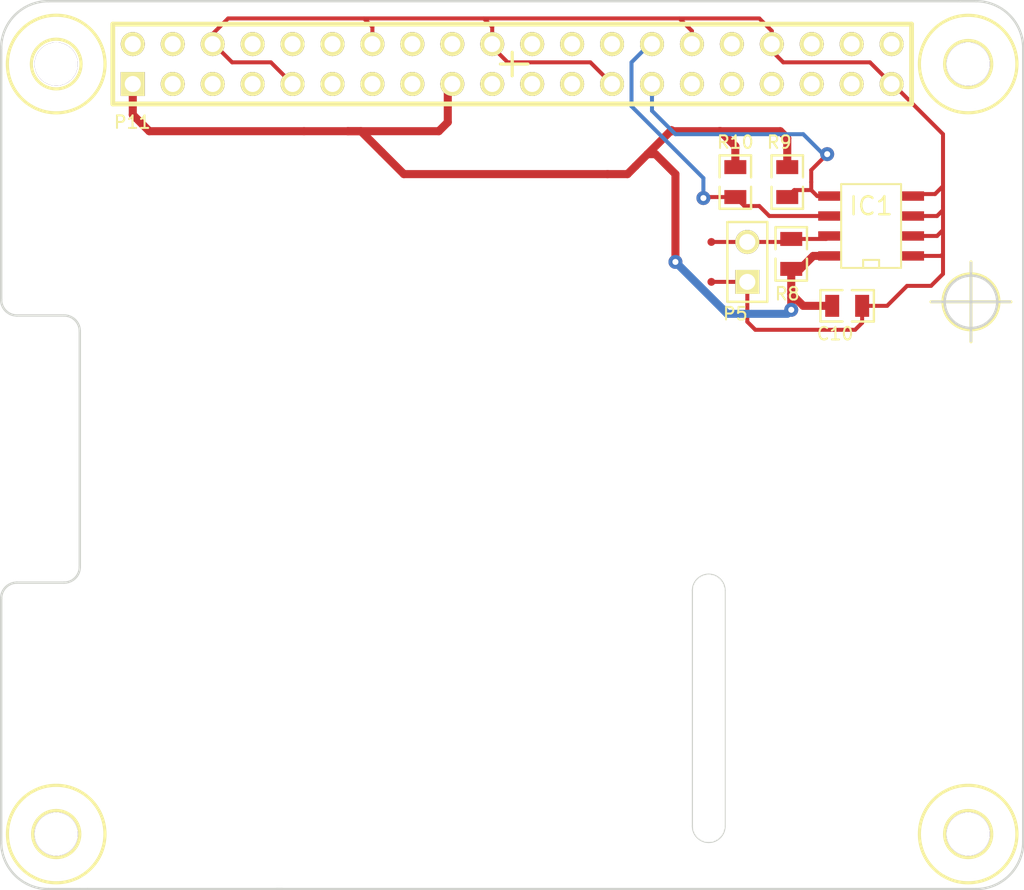
<source format=kicad_pcb>
(kicad_pcb (version 3) (host pcbnew "(2013-dec-23)-stable")

  (general
    (links 27)
    (no_connects 0)
    (area 28.444 20.828 95.067 98)
    (thickness 1.6)
    (drawings 42)
    (tracks 126)
    (zones 0)
    (modules 14)
    (nets 6)
  )

  (page A4)
  (title_block 
    (title "RaspberryPi Hat Board")
    (rev 1)
    (company disk91.com)
    (comment 1 "(c) Paul Pinault 2015")
    (comment 2 "(c) Disk91")
  )

  (layers
    (15 F.Cu signal)
    (0 B.Cu signal)
    (16 B.Adhes user)
    (17 F.Adhes user)
    (18 B.Paste user)
    (19 F.Paste user)
    (20 B.SilkS user)
    (21 F.SilkS user)
    (22 B.Mask user)
    (23 F.Mask user)
    (24 Dwgs.User user)
    (25 Cmts.User user)
    (26 Eco1.User user)
    (27 Eco2.User user)
    (28 Edge.Cuts user)
  )

  (setup
    (last_trace_width 0.254)
    (trace_clearance 0.254)
    (zone_clearance 0)
    (zone_45_only no)
    (trace_min 0.254)
    (segment_width 0.2)
    (edge_width 0.15)
    (via_size 0.889)
    (via_drill 0.381)
    (via_min_size 0.889)
    (via_min_drill 0.381)
    (uvia_size 0.508)
    (uvia_drill 0.127)
    (uvias_allowed no)
    (uvia_min_size 0.508)
    (uvia_min_drill 0.127)
    (pcb_text_width 0.3)
    (pcb_text_size 1 1)
    (mod_edge_width 0.15)
    (mod_text_size 1 1)
    (mod_text_width 0.15)
    (pad_size 2 17)
    (pad_drill 2)
    (pad_to_mask_clearance 0)
    (aux_axis_origin 0 0)
    (visible_elements FFFFFFBF)
    (pcbplotparams
      (layerselection 283934721)
      (usegerberextensions true)
      (excludeedgelayer true)
      (linewidth 0.200000)
      (plotframeref false)
      (viasonmask false)
      (mode 1)
      (useauxorigin false)
      (hpglpennumber 1)
      (hpglpenspeed 20)
      (hpglpendiameter 15)
      (hpglpenoverlay 2)
      (psnegative false)
      (psa4output false)
      (plotreference true)
      (plotvalue true)
      (plotothertext true)
      (plotinvisibletext false)
      (padsonsilk false)
      (subtractmaskfromsilk false)
      (outputformat 1)
      (mirror false)
      (drillshape 0)
      (scaleselection 1)
      (outputdirectory gerber/))
  )

  (net 0 "")
  (net 1 +3.3V)
  (net 2 GND)
  (net 3 ID_SC)
  (net 4 ID_SD)
  (net 5 N-000003)

  (net_class Default "This is the default net class."
    (clearance 0.254)
    (trace_width 0.254)
    (via_dia 0.889)
    (via_drill 0.381)
    (uvia_dia 0.508)
    (uvia_drill 0.127)
    (add_net "")
    (add_net GND)
    (add_net ID_SC)
    (add_net ID_SD)
    (add_net N-000003)
  )

  (net_class 12v ""
    (clearance 0.512)
    (trace_width 0.512)
    (via_dia 0.889)
    (via_drill 0.381)
    (uvia_dia 0.508)
    (uvia_drill 0.127)
  )

  (net_class Rf ""
    (clearance 0.254)
    (trace_width 1)
    (via_dia 0.889)
    (via_drill 0.381)
    (uvia_dia 0.508)
    (uvia_drill 0.127)
  )

  (net_class alim ""
    (clearance 0.254)
    (trace_width 0.512)
    (via_dia 0.889)
    (via_drill 0.381)
    (uvia_dia 0.508)
    (uvia_drill 0.127)
    (add_net +3.3V)
  )

  (module SO8E (layer F.Cu) (tedit 54F34F0F) (tstamp 54F34612)
    (at 84.328 35.306 90)
    (descr "module CMS SOJ 8 pins etroit")
    (tags "CMS SOJ")
    (path /54F33AFB)
    (attr smd)
    (fp_text reference IC1 (at 1.27 0 180) (layer F.SilkS)
      (effects (font (size 1.143 1.143) (thickness 0.1524)))
    )
    (fp_text value CAT24C32WI-GT3 (at 0 1.016 90) (layer F.SilkS) hide
      (effects (font (size 0.889 0.889) (thickness 0.1524)))
    )
    (fp_line (start -2.667 1.778) (end -2.667 1.905) (layer F.SilkS) (width 0.127))
    (fp_line (start -2.667 1.905) (end 2.667 1.905) (layer F.SilkS) (width 0.127))
    (fp_line (start 2.667 -1.905) (end -2.667 -1.905) (layer F.SilkS) (width 0.127))
    (fp_line (start -2.667 -1.905) (end -2.667 1.778) (layer F.SilkS) (width 0.127))
    (fp_line (start -2.667 -0.508) (end -2.159 -0.508) (layer F.SilkS) (width 0.127))
    (fp_line (start -2.159 -0.508) (end -2.159 0.508) (layer F.SilkS) (width 0.127))
    (fp_line (start -2.159 0.508) (end -2.667 0.508) (layer F.SilkS) (width 0.127))
    (fp_line (start 2.667 -1.905) (end 2.667 1.905) (layer F.SilkS) (width 0.127))
    (pad 8 smd rect (at -1.905 -2.667 90) (size 0.59944 1.39954)
      (layers F.Cu F.Paste F.Mask)
      (net 1 +3.3V)
    )
    (pad 1 smd rect (at -1.905 2.667 90) (size 0.59944 1.39954)
      (layers F.Cu F.Paste F.Mask)
      (net 2 GND)
    )
    (pad 7 smd rect (at -0.635 -2.667 90) (size 0.59944 1.39954)
      (layers F.Cu F.Paste F.Mask)
      (net 5 N-000003)
    )
    (pad 6 smd rect (at 0.635 -2.667 90) (size 0.59944 1.39954)
      (layers F.Cu F.Paste F.Mask)
      (net 3 ID_SC)
    )
    (pad 5 smd rect (at 1.905 -2.667 90) (size 0.59944 1.39954)
      (layers F.Cu F.Paste F.Mask)
      (net 4 ID_SD)
    )
    (pad 2 smd rect (at -0.635 2.667 90) (size 0.59944 1.39954)
      (layers F.Cu F.Paste F.Mask)
      (net 2 GND)
    )
    (pad 3 smd rect (at 0.635 2.667 90) (size 0.59944 1.39954)
      (layers F.Cu F.Paste F.Mask)
      (net 2 GND)
    )
    (pad 4 smd rect (at 1.905 2.667 90) (size 0.59944 1.39954)
      (layers F.Cu F.Paste F.Mask)
      (net 2 GND)
    )
    (model smd/cms_so8.wrl
      (at (xyz 0 0 0))
      (scale (xyz 0.5 0.32 0.5))
      (rotate (xyz 0 0 0))
    )
  )

  (module PIN_ARRAY_2X1 (layer F.Cu) (tedit 54F34F22) (tstamp 54F3461C)
    (at 76.454 37.592 90)
    (descr "Connecteurs 2 pins")
    (tags "CONN DEV")
    (path /54F33B01)
    (fp_text reference P5 (at -3.302 -0.762 180) (layer F.SilkS)
      (effects (font (size 0.8 0.8) (thickness 0.127)))
    )
    (fp_text value CONN_2 (at 0 -1.905 90) (layer F.SilkS) hide
      (effects (font (size 0.762 0.762) (thickness 0.1524)))
    )
    (fp_line (start -2.54 1.27) (end -2.54 -1.27) (layer F.SilkS) (width 0.1524))
    (fp_line (start -2.54 -1.27) (end 2.54 -1.27) (layer F.SilkS) (width 0.1524))
    (fp_line (start 2.54 -1.27) (end 2.54 1.27) (layer F.SilkS) (width 0.1524))
    (fp_line (start 2.54 1.27) (end -2.54 1.27) (layer F.SilkS) (width 0.1524))
    (pad 1 thru_hole rect (at -1.27 0 90) (size 1.524 1.524) (drill 1.016)
      (layers *.Cu *.Mask F.SilkS)
      (net 2 GND)
    )
    (pad 2 thru_hole circle (at 1.27 0 90) (size 1.524 1.524) (drill 1.016)
      (layers *.Cu *.Mask F.SilkS)
      (net 5 N-000003)
    )
    (model pin_array/pins_array_2x1.wrl
      (at (xyz 0 0 0))
      (scale (xyz 1 1 1))
      (rotate (xyz 0 0 0))
    )
  )

  (module PIN_ARRAY_20X2 (layer F.Cu) (tedit 54F3464E) (tstamp 54F3464C)
    (at 61.5 25)
    (descr "Double rangee de contacts 2 x 12 pins")
    (tags CONN)
    (path /54F33AF3)
    (fp_text reference P11 (at -24.162 3.702) (layer F.SilkS)
      (effects (font (size 0.8 0.8) (thickness 0.127)))
    )
    (fp_text value CONN_20X2 (at 0 3.81) (layer F.SilkS) hide
      (effects (font (size 1.016 1.016) (thickness 0.2032)))
    )
    (fp_line (start 25.4 2.54) (end -25.4 2.54) (layer F.SilkS) (width 0.3048))
    (fp_line (start 25.4 -2.54) (end -25.4 -2.54) (layer F.SilkS) (width 0.3048))
    (fp_line (start 25.4 -2.54) (end 25.4 2.54) (layer F.SilkS) (width 0.3048))
    (fp_line (start -25.4 -2.54) (end -25.4 2.54) (layer F.SilkS) (width 0.3048))
    (pad 1 thru_hole rect (at -24.13 1.27) (size 1.524 1.524) (drill 1.016)
      (layers *.Cu *.Mask F.SilkS)
      (net 1 +3.3V)
    )
    (pad 2 thru_hole circle (at -24.13 -1.27) (size 1.524 1.524) (drill 1.016)
      (layers *.Cu *.Mask F.SilkS)
    )
    (pad 11 thru_hole circle (at -11.43 1.27) (size 1.524 1.524) (drill 1.016)
      (layers *.Cu *.Mask F.SilkS)
    )
    (pad 4 thru_hole circle (at -21.59 -1.27) (size 1.524 1.524) (drill 1.016)
      (layers *.Cu *.Mask F.SilkS)
    )
    (pad 13 thru_hole circle (at -8.89 1.27) (size 1.524 1.524) (drill 1.016)
      (layers *.Cu *.Mask F.SilkS)
    )
    (pad 6 thru_hole circle (at -19.05 -1.27) (size 1.524 1.524) (drill 1.016)
      (layers *.Cu *.Mask F.SilkS)
      (net 2 GND)
    )
    (pad 15 thru_hole circle (at -6.35 1.27) (size 1.524 1.524) (drill 1.016)
      (layers *.Cu *.Mask F.SilkS)
    )
    (pad 8 thru_hole circle (at -16.51 -1.27) (size 1.524 1.524) (drill 1.016)
      (layers *.Cu *.Mask F.SilkS)
    )
    (pad 17 thru_hole circle (at -3.81 1.27) (size 1.524 1.524) (drill 1.016)
      (layers *.Cu *.Mask F.SilkS)
      (net 1 +3.3V)
    )
    (pad 10 thru_hole circle (at -13.97 -1.27) (size 1.524 1.524) (drill 1.016)
      (layers *.Cu *.Mask F.SilkS)
    )
    (pad 19 thru_hole circle (at -1.27 1.27) (size 1.524 1.524) (drill 1.016)
      (layers *.Cu *.Mask F.SilkS)
    )
    (pad 12 thru_hole circle (at -11.43 -1.27) (size 1.524 1.524) (drill 1.016)
      (layers *.Cu *.Mask F.SilkS)
    )
    (pad 21 thru_hole circle (at 1.27 1.27) (size 1.524 1.524) (drill 1.016)
      (layers *.Cu *.Mask F.SilkS)
    )
    (pad 14 thru_hole circle (at -8.89 -1.27) (size 1.524 1.524) (drill 1.016)
      (layers *.Cu *.Mask F.SilkS)
      (net 2 GND)
    )
    (pad 23 thru_hole circle (at 3.81 1.27) (size 1.524 1.524) (drill 1.016)
      (layers *.Cu *.Mask F.SilkS)
    )
    (pad 16 thru_hole circle (at -6.35 -1.27) (size 1.524 1.524) (drill 1.016)
      (layers *.Cu *.Mask F.SilkS)
    )
    (pad 25 thru_hole circle (at 6.35 1.27) (size 1.524 1.524) (drill 1.016)
      (layers *.Cu *.Mask F.SilkS)
      (net 2 GND)
    )
    (pad 18 thru_hole circle (at -3.81 -1.27) (size 1.524 1.524) (drill 1.016)
      (layers *.Cu *.Mask F.SilkS)
    )
    (pad 27 thru_hole circle (at 8.89 1.27) (size 1.524 1.524) (drill 1.016)
      (layers *.Cu *.Mask F.SilkS)
      (net 4 ID_SD)
    )
    (pad 20 thru_hole circle (at -1.27 -1.27) (size 1.524 1.524) (drill 1.016)
      (layers *.Cu *.Mask F.SilkS)
      (net 2 GND)
    )
    (pad 29 thru_hole circle (at 11.43 1.27) (size 1.524 1.524) (drill 1.016)
      (layers *.Cu *.Mask F.SilkS)
    )
    (pad 22 thru_hole circle (at 1.27 -1.27) (size 1.524 1.524) (drill 1.016)
      (layers *.Cu *.Mask F.SilkS)
    )
    (pad 31 thru_hole circle (at 13.97 1.27) (size 1.524 1.524) (drill 1.016)
      (layers *.Cu *.Mask F.SilkS)
    )
    (pad 24 thru_hole circle (at 3.81 -1.27) (size 1.524 1.524) (drill 1.016)
      (layers *.Cu *.Mask F.SilkS)
    )
    (pad 26 thru_hole circle (at 6.35 -1.27) (size 1.524 1.524) (drill 1.016)
      (layers *.Cu *.Mask F.SilkS)
    )
    (pad 33 thru_hole circle (at 16.51 1.27) (size 1.524 1.524) (drill 1.016)
      (layers *.Cu *.Mask F.SilkS)
    )
    (pad 28 thru_hole circle (at 8.89 -1.27) (size 1.524 1.524) (drill 1.016)
      (layers *.Cu *.Mask F.SilkS)
      (net 3 ID_SC)
    )
    (pad 32 thru_hole circle (at 13.97 -1.27) (size 1.524 1.524) (drill 1.016)
      (layers *.Cu *.Mask F.SilkS)
    )
    (pad 34 thru_hole circle (at 16.51 -1.27) (size 1.524 1.524) (drill 1.016)
      (layers *.Cu *.Mask F.SilkS)
      (net 2 GND)
    )
    (pad 36 thru_hole circle (at 19.05 -1.27) (size 1.524 1.524) (drill 1.016)
      (layers *.Cu *.Mask F.SilkS)
    )
    (pad 38 thru_hole circle (at 21.59 -1.27) (size 1.524 1.524) (drill 1.016)
      (layers *.Cu *.Mask F.SilkS)
    )
    (pad 35 thru_hole circle (at 19.05 1.27) (size 1.524 1.524) (drill 1.016)
      (layers *.Cu *.Mask F.SilkS)
    )
    (pad 37 thru_hole circle (at 21.59 1.27) (size 1.524 1.524) (drill 1.016)
      (layers *.Cu *.Mask F.SilkS)
    )
    (pad 3 thru_hole circle (at -21.59 1.27) (size 1.524 1.524) (drill 1.016)
      (layers *.Cu *.Mask F.SilkS)
    )
    (pad 5 thru_hole circle (at -19.05 1.27) (size 1.524 1.524) (drill 1.016)
      (layers *.Cu *.Mask F.SilkS)
    )
    (pad 7 thru_hole circle (at -16.51 1.27) (size 1.524 1.524) (drill 1.016)
      (layers *.Cu *.Mask F.SilkS)
    )
    (pad 9 thru_hole circle (at -13.97 1.27) (size 1.524 1.524) (drill 1.016)
      (layers *.Cu *.Mask F.SilkS)
      (net 2 GND)
    )
    (pad 39 thru_hole circle (at 24.13 1.27) (size 1.524 1.524) (drill 1.016)
      (layers *.Cu *.Mask F.SilkS)
      (net 2 GND)
    )
    (pad 40 thru_hole circle (at 24.13 -1.27) (size 1.524 1.524) (drill 1.016)
      (layers *.Cu *.Mask F.SilkS)
    )
    (pad 30 thru_hole circle (at 11.43 -1.27) (size 1.524 1.524) (drill 1.016)
      (layers *.Cu *.Mask F.SilkS)
      (net 2 GND)
    )
    (model pin_array/pins_array_20x2.wrl
      (at (xyz 0 0 0))
      (scale (xyz 1 1 1))
      (rotate (xyz 0 0 0))
    )
  )

  (module dsk-testpoint (layer F.Cu) (tedit 54ECEAEB) (tstamp 54F34660)
    (at 74.168 38.862)
    (path /54F33B03)
    (fp_text reference P8 (at 0 -1.4) (layer F.SilkS) hide
      (effects (font (size 0.75 0.75) (thickness 0.12)))
    )
    (fp_text value TST (at 0 -2.2) (layer F.SilkS) hide
      (effects (font (size 0.75 0.75) (thickness 0.12)))
    )
    (pad 1 smd circle (at 0 0) (size 0.5 0.5)
      (layers F.Cu F.Paste F.Mask)
      (net 2 GND)
    )
  )

  (module dsk-testpoint (layer F.Cu) (tedit 54ECEAEB) (tstamp 54F34665)
    (at 74.168 36.322)
    (path /54F33B02)
    (fp_text reference P7 (at 0 -1.4) (layer F.SilkS) hide
      (effects (font (size 0.75 0.75) (thickness 0.12)))
    )
    (fp_text value TST (at 0 -2.2) (layer F.SilkS) hide
      (effects (font (size 0.75 0.75) (thickness 0.12)))
    )
    (pad 1 smd circle (at 0 0) (size 0.5 0.5)
      (layers F.Cu F.Paste F.Mask)
      (net 5 N-000003)
    )
  )

  (module dsk-drill-rpi-hat-cam (layer F.Cu) (tedit 54F3660C) (tstamp 54F34856)
    (at 74 66)
    (path /54F33B12)
    (fp_text reference H5 (at 2.2 1.1 90) (layer F.SilkS) hide
      (effects (font (size 1 1) (thickness 0.15)))
    )
    (fp_text value DRILL (at -2 0.1 90) (layer F.SilkS) hide
      (effects (font (size 1 1) (thickness 0.15)))
    )
    (pad 1 thru_hole oval (at 0 0) (size 2 17) (drill oval 2 17)
      (layers *.Cu F.SilkS)
      (solder_mask_margin 0.254)
      (clearance 0.254)
    )
  )

  (module dsk-drill-rpi-hat (layer F.Cu) (tedit 54F0E960) (tstamp 54F3485B)
    (at 32.5 74)
    (path /54F33B0B)
    (fp_text reference H1 (at 0 2.5) (layer F.SilkS) hide
      (effects (font (size 1 1) (thickness 0.15)))
    )
    (fp_text value DRILL (at 0 4) (layer F.SilkS) hide
      (effects (font (size 1 1) (thickness 0.15)))
    )
    (pad 1 thru_hole circle (at 0 0) (size 2.75 2.75) (drill 2.75)
      (layers *.Cu)
      (solder_mask_margin 1.725)
      (clearance 1.725)
      (zone_connect 0)
    )
  )

  (module dsk-drill-rpi-hat (layer F.Cu) (tedit 54F0E960) (tstamp 54F34860)
    (at 90.5 74)
    (path /54F33B0C)
    (fp_text reference H2 (at 0 2.5) (layer F.SilkS) hide
      (effects (font (size 1 1) (thickness 0.15)))
    )
    (fp_text value DRILL (at 0 4) (layer F.SilkS) hide
      (effects (font (size 1 1) (thickness 0.15)))
    )
    (pad 1 thru_hole circle (at 0 0) (size 2.75 2.75) (drill 2.75)
      (layers *.Cu)
      (solder_mask_margin 1.725)
      (clearance 1.725)
      (zone_connect 0)
    )
  )

  (module dsk-drill-rpi-hat (layer F.Cu) (tedit 54F0E960) (tstamp 54F34865)
    (at 90.5 25)
    (path /54F33B0E)
    (fp_text reference H4 (at 0 2.5) (layer F.SilkS) hide
      (effects (font (size 1 1) (thickness 0.15)))
    )
    (fp_text value DRILL (at 0 4) (layer F.SilkS) hide
      (effects (font (size 1 1) (thickness 0.15)))
    )
    (pad 1 thru_hole circle (at 0 0) (size 2.75 2.75) (drill 2.75)
      (layers *.Cu)
      (solder_mask_margin 1.725)
      (clearance 1.725)
      (zone_connect 0)
    )
  )

  (module dsk-drill-rpi-hat (layer F.Cu) (tedit 54F0E960) (tstamp 54F3486A)
    (at 32.5 25)
    (path /54F33B0D)
    (fp_text reference H3 (at 0 2.5) (layer F.SilkS) hide
      (effects (font (size 1 1) (thickness 0.15)))
    )
    (fp_text value DRILL (at 0 4) (layer F.SilkS) hide
      (effects (font (size 1 1) (thickness 0.15)))
    )
    (pad 1 thru_hole circle (at 0 0) (size 2.75 2.75) (drill 2.75)
      (layers *.Cu)
      (solder_mask_margin 1.725)
      (clearance 1.725)
      (zone_connect 0)
    )
  )

  (module dsk-SM0805 (layer F.Cu) (tedit 54F34F16) (tstamp 54F34747)
    (at 79.248 37.084 270)
    (path /54F33AFF)
    (attr smd)
    (fp_text reference R8 (at 2.54 0.254 360) (layer F.SilkS)
      (effects (font (size 0.8 0.8) (thickness 0.127)))
    )
    (fp_text value 1K (at -0.6 -1.5 270) (layer F.SilkS) hide
      (effects (font (size 0.8 0.8) (thickness 0.127)))
    )
    (fp_line (start 0.3 -1) (end 1.7 -1) (layer F.SilkS) (width 0.15))
    (fp_line (start 1.7 -1) (end 1.7 1) (layer F.SilkS) (width 0.15))
    (fp_line (start 1.7 1) (end 0.3 1) (layer F.SilkS) (width 0.15))
    (fp_line (start -0.3 1) (end -1.6 1) (layer F.SilkS) (width 0.15))
    (fp_line (start -1.6 1) (end -1.7 1) (layer F.SilkS) (width 0.15))
    (fp_line (start -1.7 1) (end -1.7 -1) (layer F.SilkS) (width 0.15))
    (fp_line (start -1.7 -1) (end -0.3 -1) (layer F.SilkS) (width 0.15))
    (pad 1 smd rect (at -0.9525 0 270) (size 0.889 1.397)
      (layers F.Cu F.Paste F.Mask)
      (net 5 N-000003)
    )
    (pad 2 smd rect (at 0.9525 0 270) (size 0.889 1.397)
      (layers F.Cu F.Paste F.Mask)
      (net 1 +3.3V)
    )
    (model smd/chip_cms.wrl
      (at (xyz 0 0 0))
      (scale (xyz 0.1 0.1 0.1))
      (rotate (xyz 0 0 0))
    )
  )

  (module dsk-SM0805 (layer F.Cu) (tedit 54F34F28) (tstamp 54F34720)
    (at 82.804 40.386)
    (path /54F33B0F)
    (attr smd)
    (fp_text reference C10 (at -0.762 1.778) (layer F.SilkS)
      (effects (font (size 0.8 0.8) (thickness 0.127)))
    )
    (fp_text value 0.1uF (at -0.6 -1.5) (layer F.SilkS) hide
      (effects (font (size 0.8 0.8) (thickness 0.127)))
    )
    (fp_line (start 0.3 -1) (end 1.7 -1) (layer F.SilkS) (width 0.15))
    (fp_line (start 1.7 -1) (end 1.7 1) (layer F.SilkS) (width 0.15))
    (fp_line (start 1.7 1) (end 0.3 1) (layer F.SilkS) (width 0.15))
    (fp_line (start -0.3 1) (end -1.6 1) (layer F.SilkS) (width 0.15))
    (fp_line (start -1.6 1) (end -1.7 1) (layer F.SilkS) (width 0.15))
    (fp_line (start -1.7 1) (end -1.7 -1) (layer F.SilkS) (width 0.15))
    (fp_line (start -1.7 -1) (end -0.3 -1) (layer F.SilkS) (width 0.15))
    (pad 1 smd rect (at -0.9525 0) (size 0.889 1.397)
      (layers F.Cu F.Paste F.Mask)
      (net 1 +3.3V)
    )
    (pad 2 smd rect (at 0.9525 0) (size 0.889 1.397)
      (layers F.Cu F.Paste F.Mask)
      (net 2 GND)
    )
    (model smd/chip_cms.wrl
      (at (xyz 0 0 0))
      (scale (xyz 0.1 0.1 0.1))
      (rotate (xyz 0 0 0))
    )
  )

  (module dsk-SM0805 (layer F.Cu) (tedit 54F34F06) (tstamp 54F3472D)
    (at 75.692 32.512 90)
    (path /54F33B06)
    (attr smd)
    (fp_text reference R10 (at 2.54 0 180) (layer F.SilkS)
      (effects (font (size 0.8 0.8) (thickness 0.127)))
    )
    (fp_text value 3.9K (at -0.6 -1.5 90) (layer F.SilkS) hide
      (effects (font (size 0.8 0.8) (thickness 0.127)))
    )
    (fp_line (start 0.3 -1) (end 1.7 -1) (layer F.SilkS) (width 0.15))
    (fp_line (start 1.7 -1) (end 1.7 1) (layer F.SilkS) (width 0.15))
    (fp_line (start 1.7 1) (end 0.3 1) (layer F.SilkS) (width 0.15))
    (fp_line (start -0.3 1) (end -1.6 1) (layer F.SilkS) (width 0.15))
    (fp_line (start -1.6 1) (end -1.7 1) (layer F.SilkS) (width 0.15))
    (fp_line (start -1.7 1) (end -1.7 -1) (layer F.SilkS) (width 0.15))
    (fp_line (start -1.7 -1) (end -0.3 -1) (layer F.SilkS) (width 0.15))
    (pad 1 smd rect (at -0.9525 0 90) (size 0.889 1.397)
      (layers F.Cu F.Paste F.Mask)
      (net 3 ID_SC)
    )
    (pad 2 smd rect (at 0.9525 0 90) (size 0.889 1.397)
      (layers F.Cu F.Paste F.Mask)
      (net 1 +3.3V)
    )
    (model smd/chip_cms.wrl
      (at (xyz 0 0 0))
      (scale (xyz 0.1 0.1 0.1))
      (rotate (xyz 0 0 0))
    )
  )

  (module dsk-SM0805 (layer F.Cu) (tedit 54F34F0C) (tstamp 54F3473A)
    (at 78.994 32.512 90)
    (path /54F33B05)
    (attr smd)
    (fp_text reference R9 (at 2.54 -0.508 180) (layer F.SilkS)
      (effects (font (size 0.8 0.8) (thickness 0.127)))
    )
    (fp_text value 3.9K (at -0.6 -1.5 90) (layer F.SilkS) hide
      (effects (font (size 0.8 0.8) (thickness 0.127)))
    )
    (fp_line (start 0.3 -1) (end 1.7 -1) (layer F.SilkS) (width 0.15))
    (fp_line (start 1.7 -1) (end 1.7 1) (layer F.SilkS) (width 0.15))
    (fp_line (start 1.7 1) (end 0.3 1) (layer F.SilkS) (width 0.15))
    (fp_line (start -0.3 1) (end -1.6 1) (layer F.SilkS) (width 0.15))
    (fp_line (start -1.6 1) (end -1.7 1) (layer F.SilkS) (width 0.15))
    (fp_line (start -1.7 1) (end -1.7 -1) (layer F.SilkS) (width 0.15))
    (fp_line (start -1.7 -1) (end -0.3 -1) (layer F.SilkS) (width 0.15))
    (pad 1 smd rect (at -0.9525 0 90) (size 0.889 1.397)
      (layers F.Cu F.Paste F.Mask)
      (net 4 ID_SD)
    )
    (pad 2 smd rect (at 0.9525 0 90) (size 0.889 1.397)
      (layers F.Cu F.Paste F.Mask)
      (net 1 +3.3V)
    )
    (model smd/chip_cms.wrl
      (at (xyz 0 0 0))
      (scale (xyz 0.1 0.1 0.1))
      (rotate (xyz 0 0 0))
    )
  )

  (gr_line (start 34.5 77.5) (end 46.9 77.5) (angle 90) (layer Edge.Cuts) (width 0.15))
  (gr_circle (center 90.678 40.132) (end 92.456 40.132) (layer F.SilkS) (width 0.2))
  (gr_line (start 90.678 42.672) (end 90.678 37.592) (angle 90) (layer F.SilkS) (width 0.2))
  (gr_line (start 88.138 40.132) (end 93.218 40.132) (angle 90) (layer F.SilkS) (width 0.2))
  (target plus (at 90.678 40.132) (size 5) (width 0.15) (layer Edge.Cuts))
  (gr_line (start 34 77.5) (end 34.5 77.5) (angle 90) (layer Edge.Cuts) (width 0.15))
  (gr_line (start 46.5 77.5) (end 91 77.5) (angle 90) (layer Edge.Cuts) (width 0.15))
  (gr_line (start 32 77.5) (end 34 77.5) (angle 90) (layer Edge.Cuts) (width 0.15))
  (gr_circle (center 32.5 74) (end 35.6 73.9) (layer F.SilkS) (width 0.2))
  (gr_circle (center 32.5 74) (end 34 74) (layer F.SilkS) (width 0.2))
  (gr_circle (center 90.5 74) (end 93.6 74.1) (layer F.SilkS) (width 0.2))
  (gr_circle (center 90.5 74) (end 92 74) (layer F.SilkS) (width 0.2))
  (gr_circle (center 32.5 25) (end 35.6 24.8) (layer F.SilkS) (width 0.2))
  (gr_circle (center 90.5 25) (end 93.6 25.1) (layer F.SilkS) (width 0.2))
  (gr_circle (center 90.5 25) (end 92 25) (layer F.SilkS) (width 0.2))
  (gr_circle (center 32.5 25) (end 34 25.5) (layer F.SilkS) (width 0.2))
  (gr_line (start 61.5 25) (end 61.5 24.25) (angle 90) (layer F.SilkS) (width 0.2))
  (gr_line (start 61.5 25) (end 62.5 25) (angle 90) (layer F.SilkS) (width 0.2))
  (gr_line (start 61.5 25) (end 60.75 25) (angle 90) (layer F.SilkS) (width 0.2))
  (gr_line (start 61.5 24.75) (end 61.5 25.75) (angle 90) (layer F.SilkS) (width 0.2))
  (gr_arc (start 74 58.5) (end 74 57.5) (angle 90) (layer Edge.Cuts) (width 0.15))
  (gr_arc (start 74 58.5) (end 73 58.5) (angle 90) (layer Edge.Cuts) (width 0.15))
  (gr_line (start 75 73.5) (end 75 58.5) (angle 90) (layer Edge.Cuts) (width 0.15))
  (gr_arc (start 74 73.5) (end 75 73.5) (angle 90) (layer Edge.Cuts) (width 0.15))
  (gr_arc (start 74 73.5) (end 74 74.5) (angle 90) (layer Edge.Cuts) (width 0.15))
  (gr_line (start 73 73.5) (end 73 58.5) (angle 90) (layer Edge.Cuts) (width 0.15))
  (gr_line (start 29 40) (end 29 24) (angle 90) (layer Edge.Cuts) (width 0.15))
  (gr_arc (start 30 40) (end 30 41) (angle 90) (layer Edge.Cuts) (width 0.15))
  (gr_line (start 33 41) (end 30 41) (angle 90) (layer Edge.Cuts) (width 0.15))
  (gr_arc (start 33 42) (end 33 41) (angle 90) (layer Edge.Cuts) (width 0.15))
  (gr_line (start 34 57) (end 34 42) (angle 90) (layer Edge.Cuts) (width 0.15))
  (gr_arc (start 33 57) (end 34 57) (angle 90) (layer Edge.Cuts) (width 0.15))
  (gr_line (start 30 58) (end 33 58) (angle 90) (layer Edge.Cuts) (width 0.15))
  (gr_arc (start 30 59) (end 29 59) (angle 90) (layer Edge.Cuts) (width 0.15))
  (gr_line (start 29 74.5) (end 29 59) (angle 90) (layer Edge.Cuts) (width 0.15))
  (gr_arc (start 32 74.5) (end 32 77.5) (angle 90) (layer Edge.Cuts) (width 0.15))
  (gr_arc (start 91 74.5) (end 94 74.5) (angle 90) (layer Edge.Cuts) (width 0.15))
  (gr_line (start 94 24) (end 94 74.5) (angle 90) (layer Edge.Cuts) (width 0.15))
  (gr_arc (start 91 24) (end 91 21) (angle 90) (layer Edge.Cuts) (width 0.15))
  (gr_line (start 90 21) (end 91 21) (angle 90) (layer Edge.Cuts) (width 0.15))
  (gr_arc (start 32 24) (end 29 24) (angle 90) (layer Edge.Cuts) (width 0.15))
  (gr_line (start 32 21) (end 90 21) (angle 90) (layer Edge.Cuts) (width 0.15))

  (segment (start 76.708 40.894) (end 78.994 40.894) (width 0.512) (layer B.Cu) (net 1))
  (segment (start 79.248 39.878) (end 79.248 39.624) (width 0.512) (layer F.Cu) (net 1) (tstamp 551681E5))
  (segment (start 79.248 40.64) (end 79.248 39.878) (width 0.512) (layer F.Cu) (net 1) (tstamp 551681E4))
  (via (at 79.248 40.64) (size 0.889) (layers F.Cu B.Cu) (net 1))
  (segment (start 78.994 40.894) (end 79.248 40.64) (width 0.512) (layer B.Cu) (net 1) (tstamp 551681E0))
  (segment (start 70.104 30.734) (end 70.612 30.734) (width 0.512) (layer F.Cu) (net 1))
  (segment (start 75.184 40.894) (end 76.708 40.894) (width 0.512) (layer B.Cu) (net 1) (tstamp 54F36807))
  (segment (start 71.882 37.592) (end 75.184 40.894) (width 0.512) (layer B.Cu) (net 1) (tstamp 54F36806))
  (via (at 71.882 37.592) (size 0.889) (layers F.Cu B.Cu) (net 1))
  (segment (start 71.882 32.004) (end 71.882 37.592) (width 0.512) (layer F.Cu) (net 1) (tstamp 54F36803))
  (segment (start 70.612 30.734) (end 71.882 32.004) (width 0.512) (layer F.Cu) (net 1) (tstamp 54F36802))
  (segment (start 69.342 31.496) (end 70.104 30.734) (width 0.512) (layer F.Cu) (net 1))
  (segment (start 70.104 30.734) (end 71.5645 29.2735) (width 0.512) (layer F.Cu) (net 1) (tstamp 54F36800))
  (segment (start 71.628 29.21) (end 71.628 29.2735) (width 0.512) (layer F.Cu) (net 1) (tstamp 54F3678D))
  (segment (start 71.5645 29.2735) (end 71.628 29.21) (width 0.512) (layer F.Cu) (net 1) (tstamp 54F3678B))
  (segment (start 53.213 30.607) (end 54.61 32.004) (width 0.512) (layer F.Cu) (net 1))
  (segment (start 68.834 32.004) (end 69.342 31.496) (width 0.512) (layer F.Cu) (net 1) (tstamp 54F36787))
  (segment (start 67.564 32.004) (end 68.834 32.004) (width 0.512) (layer F.Cu) (net 1) (tstamp 54F36786))
  (segment (start 54.61 32.004) (end 67.564 32.004) (width 0.512) (layer F.Cu) (net 1) (tstamp 54F36785))
  (segment (start 51.054 29.2735) (end 51.8795 29.2735) (width 0.512) (layer F.Cu) (net 1))
  (segment (start 71.628 29.2735) (end 74.676 29.2735) (width 0.512) (layer F.Cu) (net 1) (tstamp 54F3678E))
  (segment (start 51.8795 29.2735) (end 53.213 30.607) (width 0.512) (layer F.Cu) (net 1) (tstamp 54F3674F))
  (segment (start 74.676 29.2735) (end 78.5495 29.2735) (width 0.512) (layer F.Cu) (net 1))
  (segment (start 78.994 29.718) (end 78.994 31.5595) (width 0.512) (layer F.Cu) (net 1) (tstamp 54F3654F))
  (segment (start 78.5495 29.2735) (end 78.994 29.718) (width 0.512) (layer F.Cu) (net 1) (tstamp 54F3654E))
  (segment (start 74.676 29.2735) (end 74.7395 29.2735) (width 0.512) (layer F.Cu) (net 1) (tstamp 54F3654C))
  (segment (start 75.692 30.226) (end 75.692 31.5595) (width 0.512) (layer F.Cu) (net 1) (tstamp 54F36549))
  (segment (start 74.7395 29.2735) (end 75.692 30.226) (width 0.512) (layer F.Cu) (net 1) (tstamp 54F36548))
  (segment (start 79.248 38.0365) (end 79.248 39.37) (width 0.512) (layer F.Cu) (net 1))
  (segment (start 79.248 39.37) (end 79.248 39.624) (width 0.512) (layer F.Cu) (net 1) (tstamp 54F3655E))
  (segment (start 80.01 40.386) (end 81.8515 40.386) (width 0.512) (layer F.Cu) (net 1) (tstamp 54F3652F))
  (segment (start 79.248 39.624) (end 80.01 40.386) (width 0.512) (layer F.Cu) (net 1) (tstamp 54F3652E))
  (segment (start 79.248 38.0365) (end 79.8195 38.0365) (width 0.512) (layer F.Cu) (net 1))
  (segment (start 80.645 37.211) (end 81.661 37.211) (width 0.512) (layer F.Cu) (net 1) (tstamp 54F3652A))
  (segment (start 79.8195 38.0365) (end 80.645 37.211) (width 0.512) (layer F.Cu) (net 1) (tstamp 54F36529))
  (segment (start 48.26 29.2735) (end 51.054 29.2735) (width 0.512) (layer F.Cu) (net 1))
  (segment (start 51.054 29.2735) (end 56.8325 29.2735) (width 0.512) (layer F.Cu) (net 1) (tstamp 54F3674D))
  (segment (start 57.404 26.556) (end 57.69 26.27) (width 0.512) (layer F.Cu) (net 1) (tstamp 54F364AD))
  (segment (start 57.404 28.702) (end 57.404 26.556) (width 0.512) (layer F.Cu) (net 1) (tstamp 54F364AC))
  (segment (start 56.8325 29.2735) (end 57.404 28.702) (width 0.512) (layer F.Cu) (net 1) (tstamp 54F364AB))
  (segment (start 37.37 26.27) (end 37.37 28.226) (width 0.512) (layer F.Cu) (net 1))
  (segment (start 38.4175 29.2735) (end 48.26 29.2735) (width 0.512) (layer F.Cu) (net 1) (tstamp 54F3648D))
  (segment (start 37.37 28.226) (end 38.4175 29.2735) (width 0.512) (layer F.Cu) (net 1) (tstamp 54F3648C))
  (segment (start 83.7565 40.386) (end 83.7565 41.4655) (width 0.254) (layer F.Cu) (net 2) (status 400000))
  (segment (start 76.454 41.402) (end 76.454 38.862) (width 0.254) (layer F.Cu) (net 2) (tstamp 551681F8) (status 800000))
  (segment (start 76.962 41.91) (end 76.454 41.402) (width 0.254) (layer F.Cu) (net 2) (tstamp 551681F7))
  (segment (start 83.312 41.91) (end 76.962 41.91) (width 0.254) (layer F.Cu) (net 2) (tstamp 551681F0))
  (segment (start 83.7565 41.4655) (end 83.312 41.91) (width 0.254) (layer F.Cu) (net 2) (tstamp 551681EF))
  (segment (start 74.168 38.862) (end 76.454 38.862) (width 0.254) (layer F.Cu) (net 2))
  (segment (start 83.7565 40.386) (end 85.344 40.386) (width 0.254) (layer F.Cu) (net 2))
  (segment (start 88.9 38.354) (end 88.9 37.084) (width 0.254) (layer F.Cu) (net 2) (tstamp 54F3651F))
  (segment (start 88.138 39.116) (end 88.9 38.354) (width 0.254) (layer F.Cu) (net 2) (tstamp 54F3651E))
  (segment (start 86.614 39.116) (end 88.138 39.116) (width 0.254) (layer F.Cu) (net 2) (tstamp 54F3651D))
  (segment (start 85.344 40.386) (end 86.614 39.116) (width 0.254) (layer F.Cu) (net 2) (tstamp 54F3651C))
  (segment (start 88.9 35.56) (end 88.9 37.084) (width 0.254) (layer F.Cu) (net 2))
  (segment (start 88.773 37.211) (end 86.995 37.211) (width 0.254) (layer F.Cu) (net 2) (tstamp 54F36519))
  (segment (start 88.9 37.084) (end 88.773 37.211) (width 0.254) (layer F.Cu) (net 2) (tstamp 54F36518))
  (segment (start 88.9 34.036) (end 88.9 35.56) (width 0.254) (layer F.Cu) (net 2))
  (segment (start 88.519 35.941) (end 86.995 35.941) (width 0.254) (layer F.Cu) (net 2) (tstamp 54F36515))
  (segment (start 88.9 35.56) (end 88.519 35.941) (width 0.254) (layer F.Cu) (net 2) (tstamp 54F36514))
  (segment (start 88.9 32.766) (end 88.9 34.036) (width 0.254) (layer F.Cu) (net 2))
  (segment (start 88.9 34.036) (end 88.9 34.29) (width 0.254) (layer F.Cu) (net 2) (tstamp 54F36512))
  (segment (start 88.519 34.671) (end 86.995 34.671) (width 0.254) (layer F.Cu) (net 2) (tstamp 54F3650F))
  (segment (start 88.9 34.29) (end 88.519 34.671) (width 0.254) (layer F.Cu) (net 2) (tstamp 54F3650E))
  (segment (start 85.63 26.27) (end 85.706 26.27) (width 0.254) (layer F.Cu) (net 2))
  (segment (start 87.122 33.274) (end 86.995 33.401) (width 0.254) (layer F.Cu) (net 2) (tstamp 54F3650B))
  (segment (start 88.392 33.274) (end 87.122 33.274) (width 0.254) (layer F.Cu) (net 2) (tstamp 54F3650A))
  (segment (start 88.9 32.766) (end 88.392 33.274) (width 0.254) (layer F.Cu) (net 2) (tstamp 54F36509))
  (segment (start 88.9 29.464) (end 88.9 32.766) (width 0.254) (layer F.Cu) (net 2) (tstamp 54F36507))
  (segment (start 85.706 26.27) (end 88.9 29.464) (width 0.254) (layer F.Cu) (net 2) (tstamp 54F36506))
  (segment (start 78.01 23.73) (end 78.01 24.162) (width 0.254) (layer F.Cu) (net 2))
  (segment (start 84.252 24.892) (end 85.63 26.27) (width 0.254) (layer F.Cu) (net 2) (tstamp 54F364B8))
  (segment (start 78.74 24.892) (end 84.252 24.892) (width 0.254) (layer F.Cu) (net 2) (tstamp 54F364B7))
  (segment (start 78.01 24.162) (end 78.74 24.892) (width 0.254) (layer F.Cu) (net 2) (tstamp 54F364B6))
  (segment (start 60.23 23.73) (end 60.23 23.908) (width 0.254) (layer F.Cu) (net 2))
  (segment (start 66.472 24.892) (end 67.85 26.27) (width 0.254) (layer F.Cu) (net 2) (tstamp 54F364B2))
  (segment (start 61.214 24.892) (end 66.472 24.892) (width 0.254) (layer F.Cu) (net 2) (tstamp 54F364B1))
  (segment (start 60.23 23.908) (end 61.214 24.892) (width 0.254) (layer F.Cu) (net 2) (tstamp 54F364B0))
  (segment (start 42.45 23.73) (end 42.526 23.73) (width 0.254) (layer F.Cu) (net 2))
  (segment (start 46.152 24.892) (end 47.53 26.27) (width 0.254) (layer F.Cu) (net 2) (tstamp 54F364A7))
  (segment (start 43.688 24.892) (end 46.152 24.892) (width 0.254) (layer F.Cu) (net 2) (tstamp 54F364A5))
  (segment (start 42.526 23.73) (end 43.688 24.892) (width 0.254) (layer F.Cu) (net 2) (tstamp 54F364A4))
  (segment (start 72.136 22.098) (end 77.216 22.098) (width 0.254) (layer F.Cu) (net 2))
  (segment (start 78.01 22.892) (end 78.01 23.73) (width 0.254) (layer F.Cu) (net 2) (tstamp 54F364A1))
  (segment (start 77.216 22.098) (end 78.01 22.892) (width 0.254) (layer F.Cu) (net 2) (tstamp 54F364A0))
  (segment (start 59.69 22.098) (end 72.136 22.098) (width 0.254) (layer F.Cu) (net 2))
  (segment (start 72.93 22.892) (end 72.93 23.73) (width 0.254) (layer F.Cu) (net 2) (tstamp 54F3649D))
  (segment (start 72.136 22.098) (end 72.93 22.892) (width 0.254) (layer F.Cu) (net 2) (tstamp 54F3649C))
  (segment (start 52.07 22.098) (end 59.69 22.098) (width 0.254) (layer F.Cu) (net 2))
  (segment (start 60.23 22.638) (end 60.23 23.73) (width 0.254) (layer F.Cu) (net 2) (tstamp 54F36499))
  (segment (start 59.69 22.098) (end 60.23 22.638) (width 0.254) (layer F.Cu) (net 2) (tstamp 54F36498))
  (segment (start 42.45 23.73) (end 42.45 23.082) (width 0.254) (layer F.Cu) (net 2))
  (segment (start 52.61 22.638) (end 52.61 23.73) (width 0.254) (layer F.Cu) (net 2) (tstamp 54F36495))
  (segment (start 52.07 22.098) (end 52.61 22.638) (width 0.254) (layer F.Cu) (net 2) (tstamp 54F36494))
  (segment (start 43.434 22.098) (end 52.07 22.098) (width 0.254) (layer F.Cu) (net 2) (tstamp 54F36493))
  (segment (start 42.45 23.082) (end 43.434 22.098) (width 0.254) (layer F.Cu) (net 2) (tstamp 54F36492))
  (segment (start 70.39 23.73) (end 70.25 23.73) (width 0.254) (layer B.Cu) (net 3))
  (segment (start 73.7235 33.4645) (end 75.692 33.4645) (width 0.254) (layer F.Cu) (net 3) (tstamp 54F367F0))
  (segment (start 73.66 33.528) (end 73.7235 33.4645) (width 0.254) (layer F.Cu) (net 3) (tstamp 54F367EF))
  (via (at 73.66 33.528) (size 0.889) (layers F.Cu B.Cu) (net 3))
  (segment (start 73.66 32.258) (end 73.66 33.528) (width 0.254) (layer B.Cu) (net 3) (tstamp 54F367EB))
  (segment (start 69.088 27.686) (end 73.66 32.258) (width 0.254) (layer B.Cu) (net 3) (tstamp 54F367E9))
  (segment (start 69.088 24.892) (end 69.088 27.686) (width 0.254) (layer B.Cu) (net 3) (tstamp 54F367E7))
  (segment (start 70.25 23.73) (end 69.088 24.892) (width 0.254) (layer B.Cu) (net 3) (tstamp 54F367E6))
  (segment (start 81.661 34.671) (end 77.851 34.671) (width 0.254) (layer F.Cu) (net 3))
  (segment (start 76.2635 34.036) (end 75.692 33.4645) (width 0.254) (layer F.Cu) (net 3) (tstamp 54F36545))
  (segment (start 77.216 34.036) (end 76.2635 34.036) (width 0.254) (layer F.Cu) (net 3) (tstamp 54F36544))
  (segment (start 77.851 34.671) (end 77.216 34.036) (width 0.254) (layer F.Cu) (net 3) (tstamp 54F36543))
  (segment (start 80.518 32.512) (end 80.518 33.02) (width 0.254) (layer F.Cu) (net 4))
  (segment (start 80.518 33.02) (end 80.899 33.401) (width 0.254) (layer F.Cu) (net 4) (tstamp 54F367FC))
  (segment (start 80.899 33.401) (end 81.661 33.401) (width 0.254) (layer F.Cu) (net 4) (tstamp 54F367FD))
  (segment (start 80.518 33.02) (end 79.4385 33.02) (width 0.254) (layer F.Cu) (net 4))
  (segment (start 79.4385 33.02) (end 78.994 33.4645) (width 0.254) (layer F.Cu) (net 4) (tstamp 54F367F5))
  (segment (start 70.39 26.27) (end 70.39 27.972) (width 0.254) (layer B.Cu) (net 4))
  (segment (start 80.518 31.75) (end 80.518 32.512) (width 0.254) (layer F.Cu) (net 4) (tstamp 54F367E1))
  (segment (start 81.534 30.734) (end 80.518 31.75) (width 0.254) (layer F.Cu) (net 4) (tstamp 54F367E0))
  (via (at 81.534 30.734) (size 0.889) (layers F.Cu B.Cu) (net 4))
  (segment (start 81.28 30.734) (end 81.534 30.734) (width 0.254) (layer B.Cu) (net 4) (tstamp 54F367DE))
  (segment (start 80.01 29.464) (end 81.28 30.734) (width 0.254) (layer B.Cu) (net 4) (tstamp 54F367DC))
  (segment (start 71.882 29.464) (end 80.01 29.464) (width 0.254) (layer B.Cu) (net 4) (tstamp 54F367DA))
  (segment (start 70.39 27.972) (end 71.882 29.464) (width 0.254) (layer B.Cu) (net 4) (tstamp 54F367D8))
  (segment (start 79.248 36.1315) (end 81.4705 36.1315) (width 0.254) (layer F.Cu) (net 5))
  (segment (start 81.4705 36.1315) (end 81.661 35.941) (width 0.254) (layer F.Cu) (net 5) (tstamp 54F3653D))
  (segment (start 76.454 36.322) (end 79.0575 36.322) (width 0.254) (layer F.Cu) (net 5))
  (segment (start 79.0575 36.322) (end 79.248 36.1315) (width 0.254) (layer F.Cu) (net 5) (tstamp 54F3653A))
  (segment (start 74.168 36.322) (end 76.454 36.322) (width 0.254) (layer F.Cu) (net 5))

)

</source>
